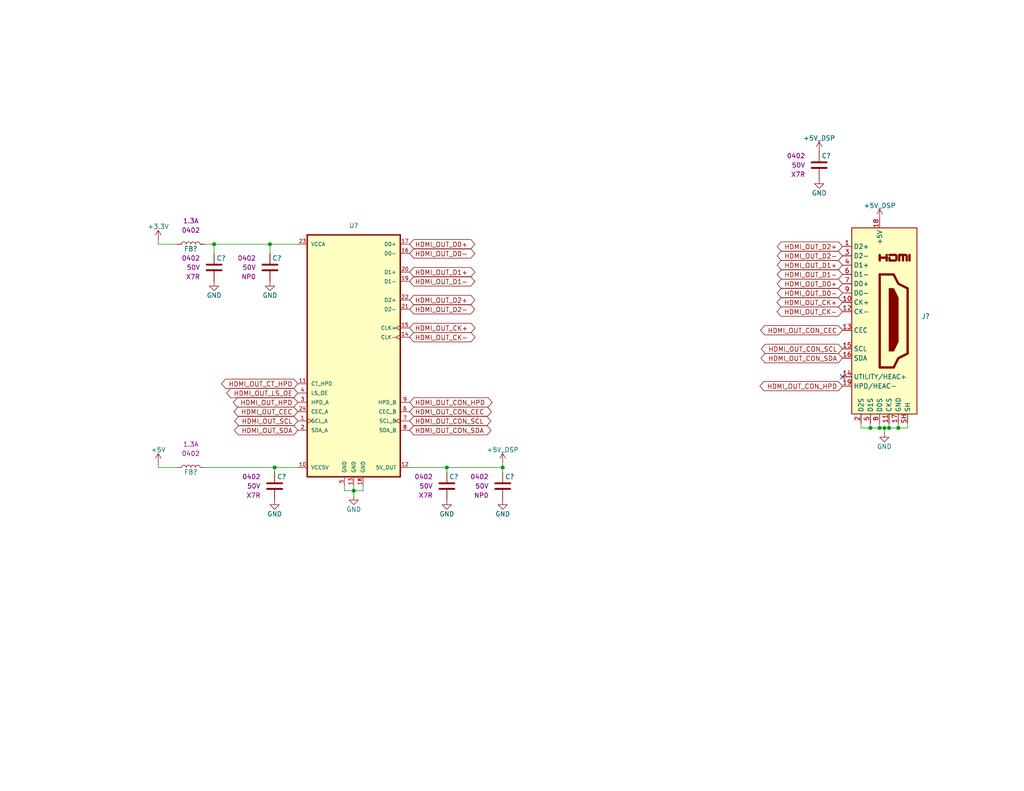
<source format=kicad_sch>
(kicad_sch (version 20211123) (generator eeschema)
  (paper "A")
  (title_block (title "drewSBC") (date "2022-06-26") (rev "PRELIM") (company "Drew Maatman"))
  (lib_symbols
    (symbol "Connector:HDMI_A_1.4"
      (property "Reference" "J" (at -6.35 26.67 0))
      (property "Value" "HDMI_A_1.4" (at 10.16 26.67 0))
      (symbol "HDMI_A_1.4_0_0"
        (polyline (pts (xy 8.128 16.51) (xy 8.128 18.034)) (stroke (width 0.635)))
        (polyline (pts (xy 0 16.51) (xy 0 18.034) (xy 0 17.272) (xy 1.905 17.272) (xy 1.905 18.034) (xy 1.905 16.51)) (stroke (width 0.635)))
        (polyline (pts (xy 2.667 18.034) (xy 4.318 18.034) (xy 4.572 17.78) (xy 4.572 16.764) (xy 4.318 16.51) (xy 2.667 16.51) (xy 2.667 17.272)) (stroke (width 0.635)))
      )
      (symbol "HDMI_A_1.4_0_1"
        (rectangle (start -7.62 25.4) (end 10.16 -25.4) (stroke (width 0.254)) (fill (type background)))
        (polyline (pts (xy 2.54 8.89) (xy 3.81 8.89) (xy 5.08 6.35) (xy 5.08 -5.715) (xy 3.81 -8.255) (xy 2.54 -8.255) (xy 2.54 8.89)) (fill (type outline)))
        (polyline (pts (xy 5.334 16.51) (xy 5.334 18.034) (xy 6.35 18.034) (xy 6.35 16.51) (xy 6.35 18.034) (xy 7.112 18.034) (xy 7.366 17.78) (xy 7.366 16.51)) (stroke (width 0.635)))
        (polyline (pts (xy 0 12.7) (xy 0 -12.7) (xy 3.81 -12.7) (xy 5.08 -10.16) (xy 7.62 -8.89) (xy 7.62 8.89) (xy 5.08 10.16) (xy 3.81 12.7) (xy 0 12.7)) (stroke (width 0.635)))
      )
      (symbol "HDMI_A_1.4_1_1"
        (pin passive line (at -10.16 20.32 0) (length 2.54) (name "D2+") (number "1"))
        (pin passive line (at -10.16 5.08 0) (length 2.54) (name "CK+") (number "10"))
        (pin power_in line (at 2.54 -27.94 90) (length 2.54) (name "CKS") (number "11"))
        (pin passive line (at -10.16 2.54 0) (length 2.54) (name "CK-") (number "12"))
        (pin bidirectional line (at -10.16 -2.54 0) (length 2.54) (name "CEC") (number "13"))
        (pin passive line (at -10.16 -15.24 0) (length 2.54) (name "UTILITY/HEAC+") (number "14"))
        (pin passive line (at -10.16 -7.62 0) (length 2.54) (name "SCL") (number "15"))
        (pin bidirectional line (at -10.16 -10.16 0) (length 2.54) (name "SDA") (number "16"))
        (pin power_in line (at 5.08 -27.94 90) (length 2.54) (name "GND") (number "17"))
        (pin power_in line (at 0 27.94 270) (length 2.54) (name "+5V") (number "18"))
        (pin passive line (at -10.16 -17.78 0) (length 2.54) (name "HPD/HEAC-") (number "19"))
        (pin power_in line (at -5.08 -27.94 90) (length 2.54) (name "D2S") (number "2"))
        (pin passive line (at -10.16 17.78 0) (length 2.54) (name "D2-") (number "3"))
        (pin passive line (at -10.16 15.24 0) (length 2.54) (name "D1+") (number "4"))
        (pin power_in line (at -2.54 -27.94 90) (length 2.54) (name "D1S") (number "5"))
        (pin passive line (at -10.16 12.7 0) (length 2.54) (name "D1-") (number "6"))
        (pin passive line (at -10.16 10.16 0) (length 2.54) (name "D0+") (number "7"))
        (pin power_in line (at 0 -27.94 90) (length 2.54) (name "D0S") (number "8"))
        (pin passive line (at -10.16 7.62 0) (length 2.54) (name "D0-") (number "9"))
        (pin passive line (at 7.62 -27.94 90) (length 2.54) (name "SH") (number "SH"))
      )
    )
    (symbol "Custom Library:+5V_DSP" (power) (pin_names (offset 0))
      (property "Value" "+5V_DSP" (at 0 3.556 0))
      (symbol "+5V_DSP_0_1"
        (polyline (pts (xy -0.762 1.27) (xy 0 2.54)))
        (polyline (pts (xy 0 0) (xy 0 2.54)))
        (polyline (pts (xy 0 2.54) (xy 0.762 1.27)))
      )
      (symbol "+5V_DSP_1_1"
        (pin power_in line (at 0 0 90) (length 0) hide (name "+5V_DSP") (number "1"))
      )
    )
    (symbol "Custom Library:FB_Custom" (pin_numbers hide) (pin_names (offset 1.016) hide)
      (property "Reference" "FB" (at -1.27 0 90))
      (property "Value" "FB_Custom" (at 1.905 0 90))
      (property "display_footprint" "Foot" (at 3.81 0 90))
      (property "Ampacity" "A" (at 6.35 0 90))
      (symbol "FB_Custom_0_1"
        (arc (start 0 -2.54) (mid 0.635 -1.905) (end 0 -1.27))
        (arc (start 0 -1.27) (mid 0.635 -0.635) (end 0 0))
        (arc (start 0 0) (mid 0.635 0.635) (end 0 1.27))
        (arc (start 0 1.27) (mid 0.635 1.905) (end 0 2.54))
      )
      (symbol "FB_Custom_1_1"
        (pin passive line (at 0 3.81 270) (length 1.27) (name "1") (number "1"))
        (pin passive line (at 0 -3.81 90) (length 1.27) (name "2") (number "2"))
      )
    )
    (symbol "Custom Library:TPD12S016RKTR" (pin_names (offset 1.016))
      (property "Reference" "U?" (at 0 35.56 0))
      (property "Value" "TPD12S016RKTR" (at 0 0 0))
      (symbol "TPD12S016RKTR_0_0"
        (rectangle (start -12.7 -33.02) (end 12.7 33.02) (stroke (width 0.4064)) (fill (type background)))
        (pin input clock (at -15.24 -17.78 0) (length 2.54) (name "SCL_A") (number "1"))
        (pin power_in line (at -15.24 -30.48 0) (length 2.54) (name "VCC5V") (number "10"))
        (pin input line (at -15.24 -7.62 0) (length 2.54) (name "CT_HPD") (number "11"))
        (pin output line (at 15.24 -30.48 180) (length 2.54) (name "5V_OUT") (number "12"))
        (pin power_in line (at 0 -35.56 90) (length 2.54) (name "GND") (number "13"))
        (pin input clock (at 15.24 5.08 180) (length 2.54) (name "CLK-") (number "14"))
        (pin input clock (at 15.24 7.62 180) (length 2.54) (name "CLK+") (number "15"))
        (pin bidirectional line (at 15.24 27.94 180) (length 2.54) (name "D0-") (number "16"))
        (pin bidirectional line (at 15.24 30.48 180) (length 2.54) (name "D0+") (number "17"))
        (pin power_in line (at 2.54 -35.56 90) (length 2.54) (name "GND") (number "18"))
        (pin bidirectional line (at 15.24 20.32 180) (length 2.54) (name "D1-") (number "19"))
        (pin bidirectional line (at -15.24 -20.32 0) (length 2.54) (name "SDA_A") (number "2"))
        (pin bidirectional line (at 15.24 22.86 180) (length 2.54) (name "D1+") (number "20"))
        (pin bidirectional line (at 15.24 12.7 180) (length 2.54) (name "D2-") (number "21"))
        (pin bidirectional line (at 15.24 15.24 180) (length 2.54) (name "D2+") (number "22"))
        (pin power_in line (at -15.24 30.48 0) (length 2.54) (name "VCCA") (number "23"))
        (pin bidirectional line (at -15.24 -15.24 0) (length 2.54) (name "CEC_A") (number "24"))
        (pin output line (at -15.24 -12.7 0) (length 2.54) (name "HPD_A") (number "3"))
        (pin input line (at -15.24 -10.16 0) (length 2.54) (name "LS_OE") (number "4"))
        (pin power_in line (at -2.54 -35.56 90) (length 2.54) (name "GND") (number "5"))
        (pin bidirectional line (at 15.24 -15.24 180) (length 2.54) (name "CEC_B") (number "6"))
        (pin input clock (at 15.24 -17.78 180) (length 2.54) (name "SCL_B") (number "7"))
        (pin bidirectional line (at 15.24 -20.32 180) (length 2.54) (name "SDA_B") (number "8"))
        (pin input line (at 15.24 -12.7 180) (length 2.54) (name "HPD_B") (number "9"))
      )
    )
    (symbol "Custom_Library:C_Custom" (pin_numbers hide) (pin_names (offset 0.254))
      (property "Reference" "C" (at 0.635 2.54 0))
      (property "Value" "C_Custom" (at 0.635 -2.54 0))
      (property "display_footprint" "Foot" (at -3.81 2.54 0))
      (property "Voltage" "V" (at -3.81 0 0))
      (property "Dielectric" "Er" (at -3.81 -2.54 0))
      (symbol "C_Custom_0_1"
        (polyline (pts (xy -2.032 -0.762) (xy 2.032 -0.762)) (stroke (width 0.508)))
        (polyline (pts (xy -2.032 0.762) (xy 2.032 0.762)) (stroke (width 0.508)))
      )
      (symbol "C_Custom_1_1"
        (pin passive line (at 0 3.81 270) (length 2.794) (name "~") (number "1"))
        (pin passive line (at 0 -3.81 90) (length 2.794) (name "~") (number "2"))
      )
    )
    (symbol "power:+3.3V" (power) (pin_names (offset 0))
      (property "Value" "+3.3V" (at 0 3.556 0))
      (symbol "+3.3V_0_1"
        (polyline (pts (xy -0.762 1.27) (xy 0 2.54)))
        (polyline (pts (xy 0 0) (xy 0 2.54)))
        (polyline (pts (xy 0 2.54) (xy 0.762 1.27)))
      )
      (symbol "+3.3V_1_1"
        (pin power_in line (at 0 0 90) (length 0) hide (name "+3.3V") (number "1"))
      )
    )
    (symbol "power:+5V" (power) (pin_names (offset 0))
      (property "Value" "+5V" (at 0 3.556 0))
      (symbol "+5V_0_1"
        (polyline (pts (xy -0.762 1.27) (xy 0 2.54)))
        (polyline (pts (xy 0 0) (xy 0 2.54)))
        (polyline (pts (xy 0 2.54) (xy 0.762 1.27)))
      )
      (symbol "+5V_1_1"
        (pin power_in line (at 0 0 90) (length 0) hide (name "+5V") (number "1"))
      )
    )
    (symbol "power:GND" (power) (pin_names (offset 0))
      (property "Value" "GND" (at 0 -3.81 0))
      (symbol "GND_0_1"
        (polyline (pts (xy 0 0) (xy 0 -1.27) (xy 1.27 -1.27) (xy 0 -2.54) (xy -1.27 -1.27) (xy 0 -1.27)))
      )
      (symbol "GND_1_1"
        (pin power_in line (at 0 0 270) (length 0) hide (name "GND") (number "1"))
      )
    )
  )
  (junction (at 58.42 66.675))
  (junction (at 240.03 116.84))
  (junction (at 245.11 116.84))
  (junction (at 74.93 127.635))
  (junction (at 241.3 116.84))
  (junction (at 137.16 127.635))
  (junction (at 96.52 133.985))
  (junction (at 242.57 116.84))
  (junction (at 121.92 127.635))
  (junction (at 73.66 66.675))
  (junction (at 237.49 116.84))
  (no_connect (at 229.87 102.87))
  (wire (pts (xy 241.3 116.84) (xy 242.57 116.84)))
  (wire (pts (xy 237.49 116.84) (xy 234.95 116.84)))
  (wire (pts (xy 58.42 66.675) (xy 58.42 69.215)))
  (wire (pts (xy 137.16 127.635) (xy 137.16 128.905)))
  (wire (pts (xy 73.66 66.675) (xy 73.66 69.215)))
  (wire (pts (xy 245.11 116.84) (xy 247.65 116.84)))
  (wire (pts (xy 242.57 115.57) (xy 242.57 116.84)))
  (wire (pts (xy 237.49 115.57) (xy 237.49 116.84)))
  (wire (pts (xy 55.88 127.635) (xy 74.93 127.635)))
  (wire (pts (xy 93.98 132.715) (xy 93.98 133.985)))
  (wire (pts (xy 242.57 116.84) (xy 245.11 116.84)))
  (wire (pts (xy 234.95 115.57) (xy 234.95 116.84)))
  (wire (pts (xy 99.06 132.715) (xy 99.06 133.985)))
  (wire (pts (xy 121.92 127.635) (xy 121.92 128.905)))
  (wire (pts (xy 245.11 115.57) (xy 245.11 116.84)))
  (wire (pts (xy 55.88 66.675) (xy 58.42 66.675)))
  (wire (pts (xy 43.18 66.675) (xy 48.26 66.675)))
  (wire (pts (xy 137.16 126.365) (xy 137.16 127.635)))
  (wire (pts (xy 93.98 133.985) (xy 96.52 133.985)))
  (wire (pts (xy 81.28 127.635) (xy 74.93 127.635)))
  (wire (pts (xy 43.18 126.365) (xy 43.18 127.635)))
  (wire (pts (xy 96.52 132.715) (xy 96.52 133.985)))
  (wire (pts (xy 73.66 66.675) (xy 58.42 66.675)))
  (wire (pts (xy 240.03 115.57) (xy 240.03 116.84)))
  (wire (pts (xy 43.18 127.635) (xy 48.26 127.635)))
  (wire (pts (xy 241.3 118.11) (xy 241.3 116.84)))
  (wire (pts (xy 111.76 127.635) (xy 121.92 127.635)))
  (wire (pts (xy 74.93 127.635) (xy 74.93 128.905)))
  (wire (pts (xy 96.52 133.985) (xy 99.06 133.985)))
  (wire (pts (xy 240.03 116.84) (xy 237.49 116.84)))
  (wire (pts (xy 96.52 133.985) (xy 96.52 135.255)))
  (wire (pts (xy 121.92 127.635) (xy 137.16 127.635)))
  (wire (pts (xy 43.18 65.405) (xy 43.18 66.675)))
  (wire (pts (xy 81.28 66.675) (xy 73.66 66.675)))
  (wire (pts (xy 247.65 116.84) (xy 247.65 115.57)))
  (wire (pts (xy 241.3 116.84) (xy 240.03 116.84)))
  (global_label "HDMI_OUT_CON_HPD" (shape bidirectional) (at 229.87 105.41 180) (property "Intersheet References" "${INTERSHEET_REFS}" (at 208.4674 105.3306 0) (effects (justify right))))
  (global_label "HDMI_OUT_CON_SCL" (shape bidirectional) (at 111.76 114.935 0) (property "Intersheet References" "${INTERSHEET_REFS}" (at 132.7998 114.8556 0) (effects (justify left))))
  (global_label "HDMI_OUT_CON_SCL" (shape bidirectional) (at 229.87 95.25 180) (property "Intersheet References" "${INTERSHEET_REFS}" (at 208.8302 95.1706 0) (effects (justify right))))
  (global_label "HDMI_OUT_D2+" (shape bidirectional) (at 229.87 67.31 180) (property "Intersheet References" "${INTERSHEET_REFS}" (at 213.1845 67.2306 0) (effects (justify right))))
  (global_label "HDMI_OUT_CON_SDA" (shape bidirectional) (at 229.87 97.79 180) (property "Intersheet References" "${INTERSHEET_REFS}" (at 208.7698 97.7106 0) (effects (justify right))))
  (global_label "HDMI_OUT_D1+" (shape bidirectional) (at 111.76 74.295 0) (property "Intersheet References" "${INTERSHEET_REFS}" (at 128.4455 74.2156 0) (effects (justify left))))
  (global_label "HDMI_OUT_D0+" (shape bidirectional) (at 229.87 77.47 180) (property "Intersheet References" "${INTERSHEET_REFS}" (at 213.1845 77.3906 0) (effects (justify right))))
  (global_label "HDMI_OUT_D2+" (shape bidirectional) (at 111.76 81.915 0) (property "Intersheet References" "${INTERSHEET_REFS}" (at 128.4455 81.8356 0) (effects (justify left))))
  (global_label "HDMI_OUT_CON_SDA" (shape bidirectional) (at 111.76 117.475 0) (property "Intersheet References" "${INTERSHEET_REFS}" (at 132.8602 117.3956 0) (effects (justify left))))
  (global_label "HDMI_OUT_CON_CEC" (shape bidirectional) (at 229.87 90.17 180) (property "Intersheet References" "${INTERSHEET_REFS}" (at 208.6488 90.0906 0) (effects (justify right))))
  (global_label "HDMI_OUT_D1-" (shape bidirectional) (at 111.76 76.835 0) (property "Intersheet References" "${INTERSHEET_REFS}" (at 128.4455 76.7556 0) (effects (justify left))))
  (global_label "HDMI_OUT_CEC" (shape bidirectional) (at 81.28 112.395 180) (property "Intersheet References" "${INTERSHEET_REFS}" (at 64.9574 112.3156 0) (effects (justify right))))
  (global_label "HDMI_OUT_D0+" (shape bidirectional) (at 111.76 66.675 0) (property "Intersheet References" "${INTERSHEET_REFS}" (at 128.4455 66.5956 0) (effects (justify left))))
  (global_label "HDMI_OUT_HPD" (shape bidirectional) (at 81.28 109.855 180) (property "Intersheet References" "${INTERSHEET_REFS}" (at 64.7759 109.7756 0) (effects (justify right))))
  (global_label "HDMI_OUT_CK-" (shape bidirectional) (at 111.76 92.075 0) (property "Intersheet References" "${INTERSHEET_REFS}" (at 128.506 91.9956 0) (effects (justify left))))
  (global_label "HDMI_OUT_D2-" (shape bidirectional) (at 111.76 84.455 0) (property "Intersheet References" "${INTERSHEET_REFS}" (at 128.4455 84.3756 0) (effects (justify left))))
  (global_label "HDMI_OUT_CON_HPD" (shape bidirectional) (at 111.76 109.855 0) (property "Intersheet References" "${INTERSHEET_REFS}" (at 133.1626 109.7756 0) (effects (justify left))))
  (global_label "HDMI_OUT_LS_OE" (shape bidirectional) (at 81.28 107.315 180) (property "Intersheet References" "${INTERSHEET_REFS}" (at 62.9617 107.2356 0) (effects (justify right))))
  (global_label "HDMI_OUT_CON_CEC" (shape bidirectional) (at 111.76 112.395 0) (property "Intersheet References" "${INTERSHEET_REFS}" (at 132.9812 112.3156 0) (effects (justify left))))
  (global_label "HDMI_OUT_SDA" (shape bidirectional) (at 81.28 117.475 180) (property "Intersheet References" "${INTERSHEET_REFS}" (at 65.0783 117.3956 0) (effects (justify right))))
  (global_label "HDMI_OUT_D1+" (shape bidirectional) (at 229.87 72.39 180) (property "Intersheet References" "${INTERSHEET_REFS}" (at 213.1845 72.3106 0) (effects (justify right))))
  (global_label "HDMI_OUT_SCL" (shape bidirectional) (at 81.28 114.935 180) (property "Intersheet References" "${INTERSHEET_REFS}" (at 65.1388 114.8556 0) (effects (justify right))))
  (global_label "HDMI_OUT_CK-" (shape bidirectional) (at 229.87 85.09 180) (property "Intersheet References" "${INTERSHEET_REFS}" (at 213.124 85.0106 0) (effects (justify right))))
  (global_label "HDMI_OUT_CT_HPD" (shape bidirectional) (at 81.28 104.775 180) (property "Intersheet References" "${INTERSHEET_REFS}" (at 61.5707 104.6956 0) (effects (justify right))))
  (global_label "HDMI_OUT_D1-" (shape bidirectional) (at 229.87 74.93 180) (property "Intersheet References" "${INTERSHEET_REFS}" (at 213.1845 74.8506 0) (effects (justify right))))
  (global_label "HDMI_OUT_D0-" (shape bidirectional) (at 229.87 80.01 180) (property "Intersheet References" "${INTERSHEET_REFS}" (at 213.1845 79.9306 0) (effects (justify right))))
  (global_label "HDMI_OUT_CK+" (shape bidirectional) (at 111.76 89.535 0) (property "Intersheet References" "${INTERSHEET_REFS}" (at 128.506 89.4556 0) (effects (justify left))))
  (global_label "HDMI_OUT_D2-" (shape bidirectional) (at 229.87 69.85 180) (property "Intersheet References" "${INTERSHEET_REFS}" (at 213.1845 69.7706 0) (effects (justify right))))
  (global_label "HDMI_OUT_CK+" (shape bidirectional) (at 229.87 82.55 180) (property "Intersheet References" "${INTERSHEET_REFS}" (at 213.124 82.4706 0) (effects (justify right))))
  (global_label "HDMI_OUT_D0-" (shape bidirectional) (at 111.76 69.215 0) (property "Intersheet References" "${INTERSHEET_REFS}" (at 128.4455 69.1356 0) (effects (justify left))))
  (symbol (lib_id "Connector:HDMI_A_1.4") (at 240.03 87.63 0) (unit 1)
    (property "Reference" "J?" (at 251.46 86.3599 0) (effects (justify left)))
    (property "Datasheet" "https://en.wikipedia.org/wiki/HDMI" (effects hide))
  )
  (symbol (lib_id "power:GND") (at 73.66 76.835 0) (unit 1)
    (property "Reference" "#PWR?" (effects hide))
  )
  (symbol (lib_id "Custom Library:+5V_DSP") (at 223.52 41.275 0) (unit 1)
    (property "Reference" "#PWR?" (effects hide))
  )
  (symbol (lib_id "Custom Library:+5V_DSP") (at 240.03 59.69 0) (unit 1)
    (property "Reference" "#PWR?" (effects hide))
  )
  (symbol (lib_id "power:GND") (at 58.42 76.835 0) (unit 1)
    (property "Reference" "#PWR?" (effects hide))
  )
  (symbol (lib_id "Custom_Library:C_Custom") (at 121.92 132.715 0) (unit 1)
    (property "Reference" "C?" (at 122.555 130.175 0) (effects (justify left)))
    (property "display_footprint" "0402" (at 118.11 130.175 0) (effects (justify right)))
    (property "Voltage" "50V" (at 118.11 132.715 0) (effects (justify right)))
    (property "Dielectric" "X7R" (at 118.11 135.255 0) (effects (justify right)))
  )
  (symbol (lib_id "power:GND") (at 121.92 136.525 0) (unit 1)
    (property "Reference" "#PWR?" (effects hide))
  )
  (symbol (lib_id "power:GND") (at 74.93 136.525 0) (unit 1)
    (property "Reference" "#PWR?" (effects hide))
  )
  (symbol (lib_id "Custom_Library:C_Custom") (at 223.52 45.085 0) (unit 1)
    (property "Reference" "C?" (at 224.155 42.545 0) (effects (justify left)))
    (property "display_footprint" "0402" (at 219.71 42.545 0) (effects (justify right)))
    (property "Voltage" "50V" (at 219.71 45.085 0) (effects (justify right)))
    (property "Dielectric" "X7R" (at 219.71 47.625 0) (effects (justify right)))
    (property "Digi-Key PN" "490-10698-1-ND" (effects hide))
  )
  (symbol (lib_id "Custom_Library:C_Custom") (at 137.16 132.715 0) (unit 1)
    (property "Reference" "C?" (at 137.795 130.175 0) (effects (justify left)))
    (property "display_footprint" "0402" (at 133.35 130.175 0) (effects (justify right)))
    (property "Voltage" "50V" (at 133.35 132.715 0) (effects (justify right)))
    (property "Dielectric" "NP0" (at 133.35 135.255 0) (effects (justify right)))
  )
  (symbol (lib_id "power:+5V") (at 43.18 126.365 0) (unit 1)
    (property "Reference" "#PWR?" (effects hide))
  )
  (symbol (lib_id "Custom_Library:C_Custom") (at 58.42 73.025 0) (unit 1)
    (property "Reference" "C?" (at 59.055 70.485 0) (effects (justify left)))
    (property "display_footprint" "0402" (at 54.61 70.485 0) (effects (justify right)))
    (property "Voltage" "50V" (at 54.61 73.025 0) (effects (justify right)))
    (property "Dielectric" "X7R" (at 54.61 75.565 0) (effects (justify right)))
    (property "Digi-Key PN" "490-10698-1-ND" (effects hide))
  )
  (symbol (lib_id "power:GND") (at 223.52 48.895 0) (unit 1)
    (property "Reference" "#PWR?" (effects hide))
  )
  (symbol (lib_id "power:GND") (at 241.3 118.11 0) (unit 1)
    (property "Reference" "#PWR?" (effects hide))
  )
  (symbol (lib_id "Custom Library:FB_Custom") (at 52.07 66.675 90) (unit 1)
    (property "Reference" "FB?" (at 52.07 67.945 90))
    (property "display_footprint" "0402" (at 52.07 62.865 90))
    (property "Ampacity" "1.3A" (at 52.07 60.325 90))
  )
  (symbol (lib_id "Custom_Library:C_Custom") (at 73.66 73.025 0) (unit 1)
    (property "Reference" "C?" (at 74.295 70.485 0) (effects (justify left)))
    (property "display_footprint" "0402" (at 69.85 70.485 0) (effects (justify right)))
    (property "Voltage" "50V" (at 69.85 73.025 0) (effects (justify right)))
    (property "Dielectric" "NP0" (at 69.85 75.565 0) (effects (justify right)))
  )
  (symbol (lib_id "power:+3.3V") (at 43.18 65.405 0) (unit 1)
    (property "Reference" "#PWR?" (effects hide))
  )
  (symbol (lib_id "Custom_Library:C_Custom") (at 74.93 132.715 0) (unit 1)
    (property "Reference" "C?" (at 75.565 130.175 0) (effects (justify left)))
    (property "display_footprint" "0402" (at 71.12 130.175 0) (effects (justify right)))
    (property "Voltage" "50V" (at 71.12 132.715 0) (effects (justify right)))
    (property "Dielectric" "X7R" (at 71.12 135.255 0) (effects (justify right)))
    (property "Digi-Key PN" "490-10698-1-ND" (effects hide))
  )
  (symbol (lib_id "power:GND") (at 137.16 136.525 0) (unit 1)
    (property "Reference" "#PWR?" (effects hide))
  )
  (symbol (lib_id "power:GND") (at 96.52 135.255 0) (unit 1)
    (property "Reference" "#PWR?" (effects hide))
  )
  (symbol (lib_id "Custom Library:FB_Custom") (at 52.07 127.635 90) (unit 1)
    (property "Reference" "FB?" (at 52.07 128.905 90))
    (property "display_footprint" "0402" (at 52.07 123.825 90))
    (property "Ampacity" "1.3A" (at 52.07 121.285 90))
  )
  (symbol (lib_id "Custom Library:+5V_DSP") (at 137.16 126.365 0) (unit 1)
    (property "Reference" "#PWR?" (effects hide))
  )
  (symbol (lib_id "Custom Library:TPD12S016RKTR") (at 96.52 97.155 0) (unit 1)
    (property "Reference" "U?" (at 96.52 61.595 0))
    (property "Datasheet" "https://www.ti.com/lit/ds/symlink/tpd12s016.pdf?ts=1658853424487&ref_url=https%253A%252F%252Fwww.google.com%252F" (effects hide))
  )
)
</source>
